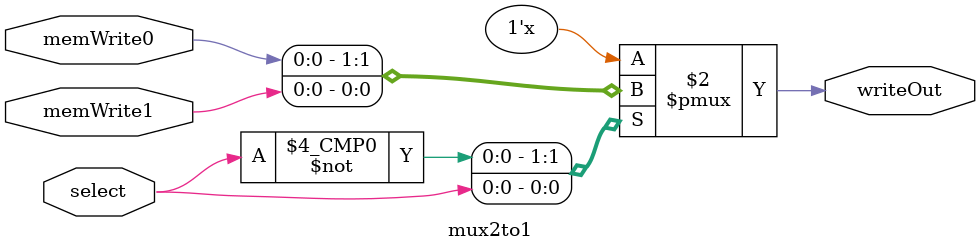
<source format=v>
module mux2to1
(
    input memWrite0,
    input memWrite1,
    input select,
    
    output reg writeOut
);

    always@(memWrite0 or memWrite1 or select)
    begin
        case(select)
            1'b0:
                writeOut = memWrite0;
            1'b1:
                writeOut = memWrite1;
        endcase
    end
endmodule
</source>
